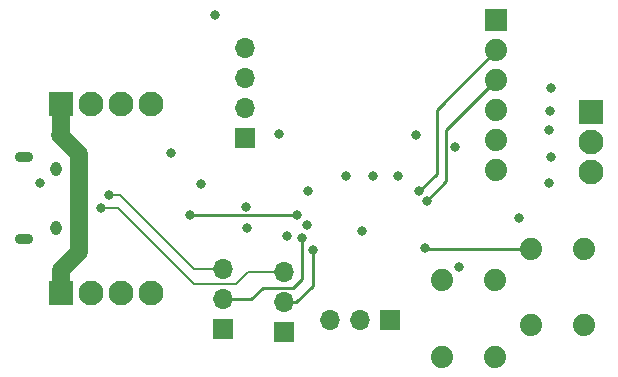
<source format=gbr>
%TF.GenerationSoftware,KiCad,Pcbnew,6.0.11-2627ca5db0~126~ubuntu22.04.1*%
%TF.CreationDate,2023-02-28T18:33:24-05:00*%
%TF.ProjectId,canbus-gpios,63616e62-7573-42d6-9770-696f732e6b69,1.0*%
%TF.SameCoordinates,Original*%
%TF.FileFunction,Copper,L2,Inr*%
%TF.FilePolarity,Positive*%
%FSLAX46Y46*%
G04 Gerber Fmt 4.6, Leading zero omitted, Abs format (unit mm)*
G04 Created by KiCad (PCBNEW 6.0.11-2627ca5db0~126~ubuntu22.04.1) date 2023-02-28 18:33:24*
%MOMM*%
%LPD*%
G01*
G04 APERTURE LIST*
%TA.AperFunction,ComponentPad*%
%ADD10R,1.700000X1.700000*%
%TD*%
%TA.AperFunction,ComponentPad*%
%ADD11O,1.700000X1.700000*%
%TD*%
%TA.AperFunction,ComponentPad*%
%ADD12R,2.100000X2.100000*%
%TD*%
%TA.AperFunction,ComponentPad*%
%ADD13C,2.100000*%
%TD*%
%TA.AperFunction,ComponentPad*%
%ADD14C,1.879600*%
%TD*%
%TA.AperFunction,ComponentPad*%
%ADD15R,1.879600X1.879600*%
%TD*%
%TA.AperFunction,ComponentPad*%
%ADD16O,0.950000X1.250000*%
%TD*%
%TA.AperFunction,ComponentPad*%
%ADD17O,1.550000X0.890000*%
%TD*%
%TA.AperFunction,ViaPad*%
%ADD18C,0.800000*%
%TD*%
%TA.AperFunction,Conductor*%
%ADD19C,1.500000*%
%TD*%
%TA.AperFunction,Conductor*%
%ADD20C,0.250000*%
%TD*%
%TA.AperFunction,Conductor*%
%ADD21C,0.200000*%
%TD*%
G04 APERTURE END LIST*
D10*
%TO.N,CAN_RX*%
%TO.C,JP1*%
X73400000Y-97140000D03*
D11*
%TO.N,Net-(JP1-Pad2)*%
X73400000Y-94600000D03*
%TO.N,USB_D-*%
X73400000Y-92060000D03*
%TD*%
D12*
%TO.N,+BATT*%
%TO.C,J5*%
X59625000Y-94100000D03*
D13*
%TO.N,CANH*%
X62165000Y-94100000D03*
%TO.N,CANL*%
X64705000Y-94100000D03*
%TO.N,GND*%
X67245000Y-94100000D03*
%TD*%
D10*
%TO.N,SWDIO*%
%TO.C,J2*%
X87490000Y-96350000D03*
D11*
%TO.N,GND*%
X84950000Y-96350000D03*
%TO.N,SWDCLK*%
X82410000Y-96350000D03*
%TD*%
D14*
%TO.N,+3V3*%
%TO.C,S1*%
X96435600Y-92998800D03*
%TO.N,unconnected-(S1-Pad2)*%
X96435600Y-99501200D03*
%TO.N,Net-(R1-Pad1)*%
X91914400Y-92998800D03*
%TO.N,unconnected-(S1-Pad4)*%
X91914400Y-99501200D03*
%TD*%
D15*
%TO.N,unconnected-(J3-Pad1)*%
%TO.C,J3*%
X96500000Y-70990000D03*
D14*
%TO.N,RXD2*%
X96500000Y-73530000D03*
%TO.N,TXD2*%
X96500000Y-76070000D03*
%TO.N,Net-(J3-Pad4)*%
X96500000Y-78610000D03*
%TO.N,unconnected-(J3-Pad5)*%
X96500000Y-81150000D03*
%TO.N,GND*%
X96500000Y-83690000D03*
%TD*%
D12*
%TO.N,START_RUN*%
%TO.C,J6*%
X104500000Y-78775000D03*
D13*
%TO.N,IGNITION_SENSE*%
X104500000Y-81315000D03*
%TO.N,~{EMERGENCY_STOP}*%
X104500000Y-83855000D03*
%TD*%
D12*
%TO.N,+BATT*%
%TO.C,J4*%
X59660000Y-78075000D03*
D13*
%TO.N,CANH*%
X62200000Y-78075000D03*
%TO.N,CANL*%
X64740000Y-78075000D03*
%TO.N,GND*%
X67280000Y-78075000D03*
%TD*%
D10*
%TO.N,+5V*%
%TO.C,U3*%
X75247300Y-81002600D03*
D11*
%TO.N,GND*%
X75247300Y-78462600D03*
%TO.N,+12V*%
X75247300Y-75922600D03*
%TO.N,unconnected-(U3-Pad4)*%
X75247300Y-73382600D03*
%TD*%
D14*
%TO.N,GND*%
%TO.C,S2*%
X103960600Y-90323800D03*
%TO.N,unconnected-(S2-Pad2)*%
X103960600Y-96826200D03*
%TO.N,~{RESET}*%
X99439400Y-90323800D03*
%TO.N,unconnected-(S2-Pad4)*%
X99439400Y-96826200D03*
%TD*%
D16*
%TO.N,GND*%
%TO.C,J1*%
X59210000Y-83550000D03*
D17*
X56510000Y-82550000D03*
X56510000Y-89550000D03*
D16*
X59210000Y-88550000D03*
%TD*%
D10*
%TO.N,CAN_TX*%
%TO.C,JP2*%
X78525000Y-97425000D03*
D11*
%TO.N,Net-(JP2-Pad2)*%
X78525000Y-94885000D03*
%TO.N,USB_D+*%
X78525000Y-92345000D03*
%TD*%
D18*
%TO.N,GND*%
X80450000Y-88350000D03*
X72725000Y-70575000D03*
X93350000Y-91850000D03*
X80600000Y-85425000D03*
X75300000Y-86775000D03*
%TO.N,+3V3*%
X78150000Y-80600000D03*
X85100000Y-88800000D03*
X92999500Y-81725000D03*
X101100000Y-82550000D03*
X78750000Y-89250000D03*
X68975000Y-82275000D03*
X101075000Y-78700000D03*
X89725000Y-80750000D03*
%TO.N,+12V*%
X98425000Y-87750000D03*
%TO.N,VBUS*%
X57884502Y-84775000D03*
%TO.N,USB_D-*%
X63750000Y-85825000D03*
%TO.N,USB_D+*%
X63050000Y-86875000D03*
%TO.N,CAN_RX*%
X71525000Y-84850000D03*
%TO.N,Net-(JP1-Pad2)*%
X80025000Y-89475000D03*
%TO.N,CAN_TX*%
X75400000Y-88550000D03*
%TO.N,Net-(JP2-Pad2)*%
X80950000Y-90450000D03*
%TO.N,CAN_STBY*%
X70550000Y-87450000D03*
X79650000Y-87500000D03*
%TO.N,TXD2*%
X90600000Y-86275000D03*
%TO.N,RXD2*%
X89990592Y-85482770D03*
%TO.N,EMERGENCY_STOP_3V*%
X88225000Y-84225000D03*
X101000000Y-84775000D03*
%TO.N,IGNITION_SENSE_3V*%
X86075000Y-84225000D03*
X101000000Y-80300000D03*
%TO.N,~{RESET}*%
X90475000Y-90300000D03*
%TO.N,START_RUN_3V*%
X101150000Y-76700000D03*
X83775000Y-84225000D03*
%TD*%
D19*
%TO.N,+BATT*%
X59660000Y-80615000D02*
X59660000Y-78075000D01*
X61175000Y-90600000D02*
X61175000Y-82300000D01*
X61175000Y-82300000D02*
X59575000Y-80700000D01*
X59625000Y-92150000D02*
X61175000Y-90600000D01*
X59625000Y-94100000D02*
X59625000Y-92150000D01*
D20*
X59575000Y-80700000D02*
X59660000Y-80615000D01*
D21*
%TO.N,USB_D-*%
X63750000Y-85825000D02*
X64675000Y-85825000D01*
X70925000Y-92075000D02*
X70940000Y-92060000D01*
X64675000Y-85825000D02*
X70925000Y-92075000D01*
X70940000Y-92060000D02*
X73400000Y-92060000D01*
%TO.N,USB_D+*%
X75505000Y-92345000D02*
X78525000Y-92345000D01*
X63050000Y-86875000D02*
X64450000Y-86875000D01*
X64450000Y-86875000D02*
X70925000Y-93350000D01*
X70925000Y-93350000D02*
X74500000Y-93350000D01*
X74500000Y-93350000D02*
X75505000Y-92345000D01*
D20*
%TO.N,Net-(JP1-Pad2)*%
X80025000Y-89475000D02*
X80025000Y-92875000D01*
X79275000Y-93625000D02*
X76750000Y-93625000D01*
X80025000Y-92875000D02*
X79275000Y-93625000D01*
X75775000Y-94600000D02*
X73400000Y-94600000D01*
X76750000Y-93625000D02*
X75775000Y-94600000D01*
%TO.N,Net-(JP2-Pad2)*%
X79540000Y-94885000D02*
X80950000Y-93475000D01*
X80950000Y-93475000D02*
X80950000Y-90450000D01*
X78525000Y-94885000D02*
X79540000Y-94885000D01*
%TO.N,CAN_STBY*%
X70600000Y-87500000D02*
X70550000Y-87450000D01*
X79650000Y-87500000D02*
X70600000Y-87500000D01*
%TO.N,TXD2*%
X92275000Y-80295000D02*
X96500000Y-76070000D01*
X92275000Y-84600000D02*
X92275000Y-80295000D01*
X90600000Y-86275000D02*
X92275000Y-84600000D01*
%TO.N,RXD2*%
X89990592Y-85482770D02*
X91475000Y-83998362D01*
X91475000Y-78555000D02*
X96500000Y-73530000D01*
X91475000Y-83998362D02*
X91475000Y-78555000D01*
%TO.N,~{RESET}*%
X90498800Y-90323800D02*
X99439400Y-90323800D01*
X90475000Y-90300000D02*
X90498800Y-90323800D01*
%TD*%
M02*

</source>
